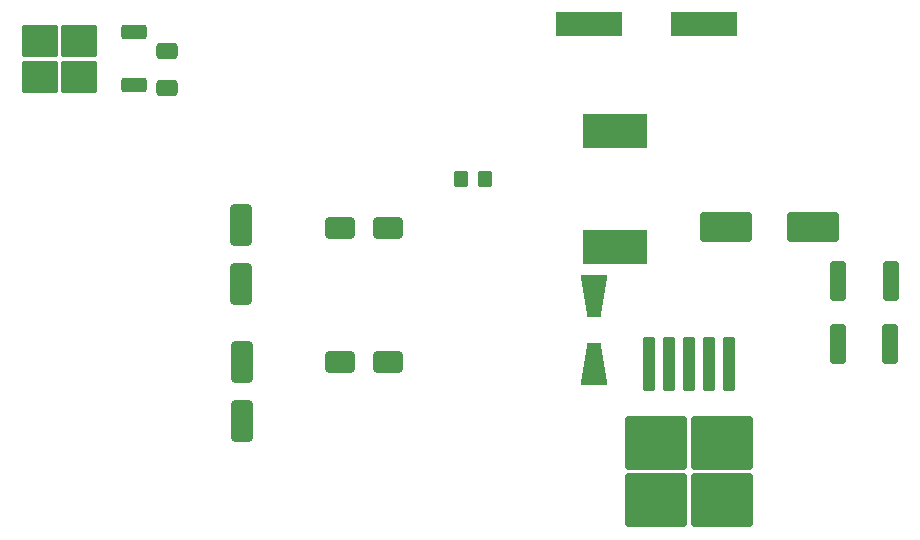
<source format=gbr>
G04 #@! TF.GenerationSoftware,KiCad,Pcbnew,7.0.9*
G04 #@! TF.CreationDate,2024-03-04T19:45:02+05:30*
G04 #@! TF.ProjectId,Chg_Dschg Controller,4368675f-4473-4636-9867-20436f6e7472,rev?*
G04 #@! TF.SameCoordinates,Original*
G04 #@! TF.FileFunction,Paste,Top*
G04 #@! TF.FilePolarity,Positive*
%FSLAX45Y45*%
G04 Gerber Fmt 4.5, Leading zero omitted, Abs format (unit mm)*
G04 Created by KiCad (PCBNEW 7.0.9) date 2024-03-04 19:45:02*
%MOMM*%
%LPD*%
G01*
G04 APERTURE LIST*
G04 Aperture macros list*
%AMRoundRect*
0 Rectangle with rounded corners*
0 $1 Rounding radius*
0 $2 $3 $4 $5 $6 $7 $8 $9 X,Y pos of 4 corners*
0 Add a 4 corners polygon primitive as box body*
4,1,4,$2,$3,$4,$5,$6,$7,$8,$9,$2,$3,0*
0 Add four circle primitives for the rounded corners*
1,1,$1+$1,$2,$3*
1,1,$1+$1,$4,$5*
1,1,$1+$1,$6,$7*
1,1,$1+$1,$8,$9*
0 Add four rect primitives between the rounded corners*
20,1,$1+$1,$2,$3,$4,$5,0*
20,1,$1+$1,$4,$5,$6,$7,0*
20,1,$1+$1,$6,$7,$8,$9,0*
20,1,$1+$1,$8,$9,$2,$3,0*%
%AMOutline4P*
0 Free polygon, 4 corners , with rotation*
0 The origin of the aperture is its center*
0 number of corners: always 4*
0 $1 to $8 corner X, Y*
0 $9 Rotation angle, in degrees counterclockwise*
0 create outline with 4 corners*
4,1,4,$1,$2,$3,$4,$5,$6,$7,$8,$1,$2,$9*%
G04 Aperture macros list end*
%ADD10R,5.400000X2.900000*%
%ADD11RoundRect,0.250000X0.400000X1.450000X-0.400000X1.450000X-0.400000X-1.450000X0.400000X-1.450000X0*%
%ADD12RoundRect,0.250000X1.000000X0.650000X-1.000000X0.650000X-1.000000X-0.650000X1.000000X-0.650000X0*%
%ADD13RoundRect,0.250000X-0.650000X1.500000X-0.650000X-1.500000X0.650000X-1.500000X0.650000X1.500000X0*%
%ADD14R,5.700000X2.000000*%
%ADD15RoundRect,0.250000X-0.300000X2.050000X-0.300000X-2.050000X0.300000X-2.050000X0.300000X2.050000X0*%
%ADD16RoundRect,0.250000X-2.375000X2.025000X-2.375000X-2.025000X2.375000X-2.025000X2.375000X2.025000X0*%
%ADD17RoundRect,0.250000X0.850000X0.350000X-0.850000X0.350000X-0.850000X-0.350000X0.850000X-0.350000X0*%
%ADD18RoundRect,0.250000X1.275000X1.125000X-1.275000X1.125000X-1.275000X-1.125000X1.275000X-1.125000X0*%
%ADD19RoundRect,0.250000X1.950000X1.000000X-1.950000X1.000000X-1.950000X-1.000000X1.950000X-1.000000X0*%
%ADD20RoundRect,0.250000X0.350000X0.450000X-0.350000X0.450000X-0.350000X-0.450000X0.350000X-0.450000X0*%
%ADD21RoundRect,0.250000X0.650000X-0.412500X0.650000X0.412500X-0.650000X0.412500X-0.650000X-0.412500X0*%
%ADD22Outline4P,-1.800000X-1.150000X1.800000X-0.550000X1.800000X0.550000X-1.800000X1.150000X270.000000*%
%ADD23Outline4P,-1.800000X-1.150000X1.800000X-0.550000X1.800000X0.550000X-1.800000X1.150000X90.000000*%
G04 APERTURE END LIST*
D10*
G04 #@! TO.C,L1*
X8685000Y-8420000D03*
X8685000Y-7430000D03*
G04 #@! TD*
D11*
G04 #@! TO.C,F2*
X11017500Y-9240000D03*
X10572500Y-9240000D03*
G04 #@! TD*
D12*
G04 #@! TO.C,D6*
X6760000Y-8255000D03*
X6360000Y-8255000D03*
G04 #@! TD*
D13*
G04 #@! TO.C,D10*
X5525000Y-9390000D03*
X5525000Y-9890000D03*
G04 #@! TD*
D11*
G04 #@! TO.C,F1*
X11020000Y-8700000D03*
X10575000Y-8700000D03*
G04 #@! TD*
D14*
G04 #@! TO.C,C2*
X8465000Y-6530000D03*
X9435000Y-6530000D03*
G04 #@! TD*
D12*
G04 #@! TO.C,D5*
X6760000Y-9390000D03*
X6360000Y-9390000D03*
G04 #@! TD*
D15*
G04 #@! TO.C,U2*
X9652500Y-9402500D03*
X9482500Y-9402500D03*
X9312500Y-9402500D03*
D16*
X9590000Y-10075000D03*
X9035000Y-10075000D03*
X9590000Y-10560000D03*
X9035000Y-10560000D03*
D15*
X9142500Y-9402500D03*
X8972500Y-9402500D03*
G04 #@! TD*
D17*
G04 #@! TO.C,U3*
X4614000Y-7048000D03*
D18*
X4151500Y-6972500D03*
X4151500Y-6667500D03*
X3816500Y-6972500D03*
X3816500Y-6667500D03*
D17*
X4614000Y-6592000D03*
G04 #@! TD*
D19*
G04 #@! TO.C,C1*
X10365000Y-8250000D03*
X9625000Y-8250000D03*
G04 #@! TD*
D20*
G04 #@! TO.C,R4*
X7585000Y-7840000D03*
X7385000Y-7840000D03*
G04 #@! TD*
D13*
G04 #@! TO.C,D11*
X5515000Y-8230000D03*
X5515000Y-8730000D03*
G04 #@! TD*
D21*
G04 #@! TO.C,C3*
X4890000Y-7066250D03*
X4890000Y-6753750D03*
G04 #@! TD*
D22*
G04 #@! TO.C,D2*
X8505000Y-8830000D03*
D23*
X8505000Y-9410000D03*
G04 #@! TD*
M02*

</source>
